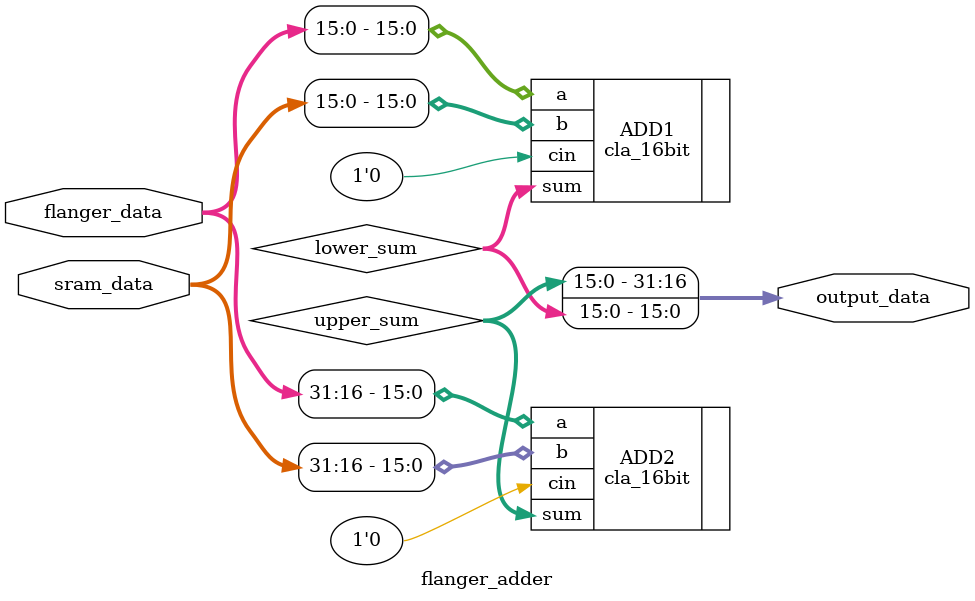
<source format=sv>
module flanger_adder(
  input wire [31:0] flanger_data,
  input wire [31:0] sram_data,
  output reg [31:0] output_data
);

  reg [15:0] upper_sum;
  reg [15:0] lower_sum;

  cla_16bit ADD1(
    .a(flanger_data[15:0]), 
    .b(sram_data[15:0]),
    .sum(lower_sum),
    .cin(1'b0)
  );

  cla_16bit ADD2(
    .a(flanger_data[31:16]), 
    .b(sram_data[31:16]),
    .sum(upper_sum),
    .cin(1'b0)
  );

  assign output_data = {upper_sum, lower_sum};
endmodule

</source>
